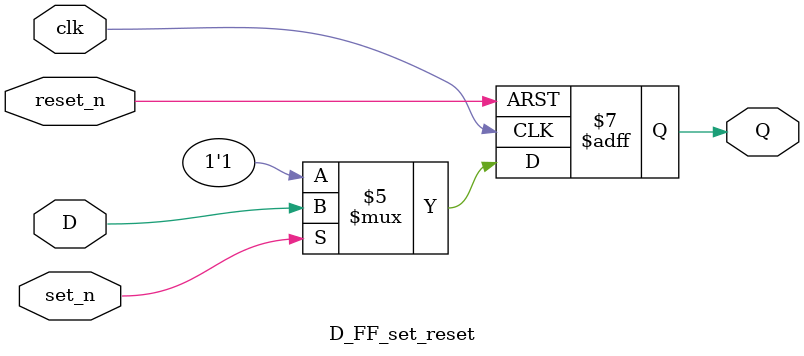
<source format=v>
`timescale 1ns / 1ps


module D_FF_set_reset(
input D, clk, reset_n,set_n,
output reg Q
    );
    always @(negedge clk,negedge reset_n )
    begin
    if(~reset_n)
    Q <= 1'b0;
    else
    if(~set_n)
    Q <= 1'b1;
    else 
    Q <= D;
    end
endmodule

</source>
